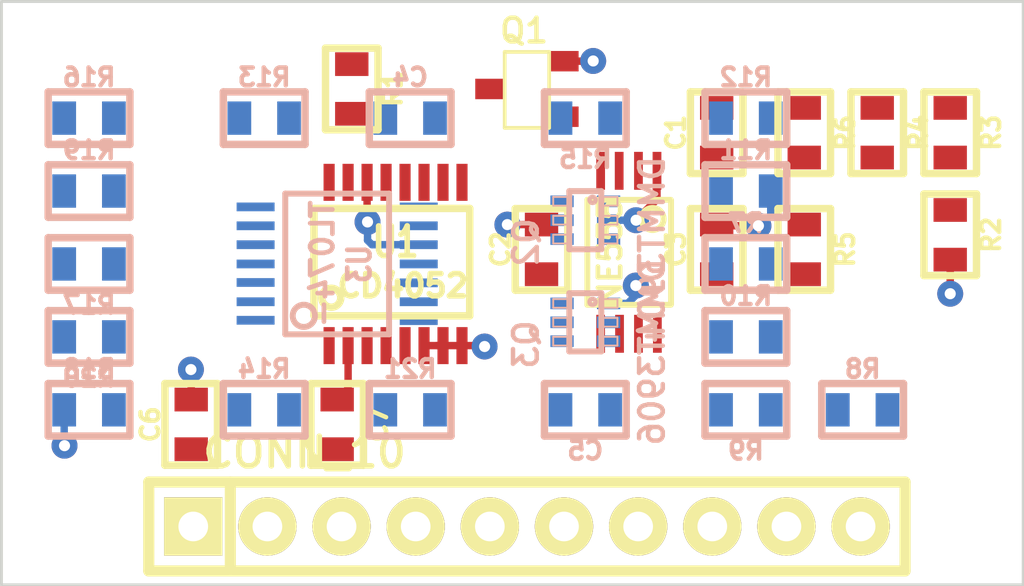
<source format=kicad_pcb>
(kicad_pcb (version 3) (host pcbnew "(2014-02-02 BZR 4653)-product")

  (general
    (links 89)
    (no_connects 83)
    (area 97.949999 73.94946 133.050001 95.60045)
    (thickness 1.6)
    (drawings 4)
    (tracks 48)
    (zones 0)
    (modules 35)
    (nets 30)
  )

  (page A3)
  (layers
    (15 F.Cu signal)
    (0 B.Cu signal)
    (16 B.Adhes user)
    (17 F.Adhes user)
    (18 B.Paste user)
    (19 F.Paste user)
    (20 B.SilkS user)
    (21 F.SilkS user)
    (22 B.Mask user)
    (23 F.Mask user)
    (24 Dwgs.User user)
    (25 Cmts.User user)
    (26 Eco1.User user)
    (27 Eco2.User user)
    (28 Edge.Cuts user)
  )

  (setup
    (last_trace_width 0.254)
    (trace_clearance 0.254)
    (zone_clearance 0.254)
    (zone_45_only no)
    (trace_min 0.254)
    (segment_width 0.2)
    (edge_width 0.1)
    (via_size 0.889)
    (via_drill 0.381)
    (via_min_size 0.889)
    (via_min_drill 0.381)
    (uvia_size 0.508)
    (uvia_drill 0.127)
    (uvias_allowed no)
    (uvia_min_size 0.508)
    (uvia_min_drill 0.127)
    (pcb_text_width 0.3)
    (pcb_text_size 1.5 1.5)
    (mod_edge_width 0.15)
    (mod_text_size 1 1)
    (mod_text_width 0.15)
    (pad_size 1.5 1.5)
    (pad_drill 0.6)
    (pad_to_mask_clearance 0)
    (aux_axis_origin 0 0)
    (visible_elements 7FFEFFFF)
    (pcbplotparams
      (layerselection 3178497)
      (usegerberextensions true)
      (excludeedgelayer true)
      (linewidth 0.150000)
      (plotframeref false)
      (viasonmask false)
      (mode 1)
      (useauxorigin false)
      (hpglpennumber 1)
      (hpglpenspeed 20)
      (hpglpendiameter 15)
      (hpglpenoverlay 2)
      (psnegative false)
      (psa4output false)
      (plotreference true)
      (plotvalue true)
      (plotothertext true)
      (plotinvisibletext false)
      (padsonsilk false)
      (subtractmaskfromsilk false)
      (outputformat 1)
      (mirror false)
      (drillshape 1)
      (scaleselection 1)
      (outputdirectory ""))
  )

  (net 0 "")
  (net 1 +12V)
  (net 2 -12V)
  (net 3 ATTACK)
  (net 4 DECAY)
  (net 5 "ENV OUT")
  (net 6 GATE)
  (net 7 GND)
  (net 8 N-0000010)
  (net 9 N-0000011)
  (net 10 N-0000012)
  (net 11 N-0000015)
  (net 12 N-0000016)
  (net 13 N-000002)
  (net 14 N-0000021)
  (net 15 N-0000022)
  (net 16 N-0000023)
  (net 17 N-0000024)
  (net 18 N-0000025)
  (net 19 N-0000027)
  (net 20 N-0000028)
  (net 21 N-0000029)
  (net 22 N-000003)
  (net 23 N-0000030)
  (net 24 N-000004)
  (net 25 N-000007)
  (net 26 N-000008)
  (net 27 N-000009)
  (net 28 RELEASE)
  (net 29 SUSTAIN)

  (net_class Default "This is the default net class."
    (clearance 0.254)
    (trace_width 0.254)
    (via_dia 0.889)
    (via_drill 0.381)
    (uvia_dia 0.508)
    (uvia_drill 0.127)
    (add_net "")
    (add_net GND)
    (add_net N-0000010)
    (add_net N-0000011)
    (add_net N-0000012)
    (add_net N-0000015)
    (add_net N-0000016)
    (add_net N-000002)
    (add_net N-0000021)
    (add_net N-0000022)
    (add_net N-0000023)
    (add_net N-0000024)
    (add_net N-0000025)
    (add_net N-0000027)
    (add_net N-0000028)
    (add_net N-0000029)
    (add_net N-000003)
    (add_net N-0000030)
    (add_net N-000004)
    (add_net N-000007)
    (add_net N-000008)
    (add_net N-000009)
  )

  (net_class POWER ""
    (clearance 0.254)
    (trace_width 0.3556)
    (via_dia 1.143)
    (via_drill 0.6096)
    (uvia_dia 0.508)
    (uvia_drill 0.127)
    (add_net +12V)
    (add_net -12V)
  )

  (net_class SIGNAL ""
    (clearance 0.254)
    (trace_width 0.254)
    (via_dia 0.889)
    (via_drill 0.381)
    (uvia_dia 0.508)
    (uvia_drill 0.127)
    (add_net ATTACK)
    (add_net DECAY)
    (add_net "ENV OUT")
    (add_net GATE)
    (add_net RELEASE)
    (add_net SUSTAIN)
  )

  (module TSSOP8-JRL (layer F.Cu) (tedit 52EC3DDF) (tstamp 52EC3E46)
    (at 119.5 82.5 180)
    (path /52EA6826)
    (attr smd)
    (fp_text reference U2 (at 0 -4.2 180) (layer F.SilkS) hide
      (effects (font (size 0.762 0.635) (thickness 0.15875)))
    )
    (fp_text value NE555 (at 0.65 -0.1 270) (layer F.SilkS)
      (effects (font (size 0.762 0.762) (thickness 0.16002)))
    )
    (fp_line (start -1.43 -1.9) (end 1.43 -1.9) (layer F.SilkS) (width 0.2))
    (fp_line (start 1.43 -1.9) (end 1.43 1.7) (layer F.SilkS) (width 0.2))
    (fp_line (start 1.43 1.7) (end -1.43 1.7) (layer F.SilkS) (width 0.2))
    (fp_line (start -1.438 1.678) (end -1.438 -1.878) (layer F.SilkS) (width 0.2))
    (fp_circle (center -0.803 1.043) (end -1.184 1.043) (layer F.SilkS) (width 0.2))
    (pad 1 smd rect (at -0.9554 2.694 180) (size 0.29972 1.30048) (layers F.Cu F.Paste F.Mask)
      (net 7 GND))
    (pad 2 smd rect (at -0.3204 2.694 180) (size 0.29972 1.30048) (layers F.Cu F.Paste F.Mask)
      (net 10 N-0000012))
    (pad 3 smd rect (at 0.34 2.694 180) (size 0.29972 1.30048) (layers F.Cu F.Paste F.Mask)
      (net 24 N-000004))
    (pad 4 smd rect (at 0.975 2.694 180) (size 0.29972 1.30048) (layers F.Cu F.Paste F.Mask)
      (net 1 +12V))
    (pad 5 smd rect (at 0.975 -2.894 180) (size 0.29972 1.30048) (layers F.Cu F.Paste F.Mask)
      (net 9 N-0000011))
    (pad 6 smd rect (at 0.3273 -2.894 180) (size 0.29972 1.30048) (layers F.Cu F.Paste F.Mask)
      (net 22 N-000003))
    (pad 7 smd rect (at -0.3204 -2.894 180) (size 0.29972 1.30048) (layers F.Cu F.Paste F.Mask))
    (pad 8 smd rect (at -0.9681 -2.894 180) (size 0.29972 1.30048) (layers F.Cu F.Paste F.Mask)
      (net 1 +12V))
    (model smd\smd_dil\tssop-14.wrl
      (at (xyz 0 0 0))
      (scale (xyz 1 1 1))
      (rotate (xyz 0 0 0))
    )
  )

  (module TSSOP16 (layer F.Cu) (tedit 4E43E09E) (tstamp 52EC3E5F)
    (at 111.5 83)
    (path /52E9DAA2)
    (attr smd)
    (fp_text reference U1 (at 0 -0.7493) (layer F.SilkS)
      (effects (font (size 1.016 0.762) (thickness 0.1905)))
    )
    (fp_text value CD4052 (at 0.24892 0.7493) (layer F.SilkS)
      (effects (font (size 0.762 0.762) (thickness 0.1905)))
    )
    (fp_line (start -2.794 -1.905) (end 2.54 -1.905) (layer F.SilkS) (width 0.254))
    (fp_line (start 2.54 -1.905) (end 2.54 1.778) (layer F.SilkS) (width 0.254))
    (fp_line (start 2.54 1.778) (end -2.794 1.778) (layer F.SilkS) (width 0.254))
    (fp_line (start -2.794 1.778) (end -2.794 -1.905) (layer F.SilkS) (width 0.254))
    (fp_circle (center -2.20218 1.15824) (end -2.40538 1.41224) (layer F.SilkS) (width 0.254))
    (pad 1 smd rect (at -2.27584 2.79908) (size 0.381 1.27) (layers F.Cu F.Paste F.Mask)
      (net 4 DECAY))
    (pad 2 smd rect (at -1.6256 2.79908) (size 0.381 1.27) (layers F.Cu F.Paste F.Mask)
      (net 7 GND))
    (pad 3 smd rect (at -0.97536 2.79908) (size 0.381 1.27) (layers F.Cu F.Paste F.Mask)
      (net 26 N-000008))
    (pad 4 smd rect (at -0.32512 2.79908) (size 0.381 1.27) (layers F.Cu F.Paste F.Mask)
      (net 28 RELEASE))
    (pad 5 smd rect (at 0.32512 2.79908) (size 0.381 1.27) (layers F.Cu F.Paste F.Mask)
      (net 28 RELEASE))
    (pad 6 smd rect (at 0.97536 2.79908) (size 0.381 1.27) (layers F.Cu F.Paste F.Mask)
      (net 7 GND))
    (pad 7 smd rect (at 1.6256 2.79908) (size 0.381 1.27) (layers F.Cu F.Paste F.Mask)
      (net 7 GND))
    (pad 8 smd rect (at 2.27584 2.79908) (size 0.381 1.27) (layers F.Cu F.Paste F.Mask)
      (net 7 GND))
    (pad 9 smd rect (at 2.27584 -2.79908) (size 0.381 1.27) (layers F.Cu F.Paste F.Mask)
      (net 24 N-000004))
    (pad 10 smd rect (at 1.6256 -2.79908) (size 0.381 1.27) (layers F.Cu F.Paste F.Mask)
      (net 8 N-0000010))
    (pad 11 smd rect (at 0.97536 -2.79908) (size 0.381 1.27) (layers F.Cu F.Paste F.Mask)
      (net 7 GND))
    (pad 12 smd rect (at 0.32512 -2.79908) (size 0.381 1.27) (layers F.Cu F.Paste F.Mask)
      (net 29 SUSTAIN))
    (pad 13 smd rect (at -0.32512 -2.79908) (size 0.381 1.27) (layers F.Cu F.Paste F.Mask)
      (net 17 N-0000024))
    (pad 14 smd rect (at -0.97536 -2.79908) (size 0.381 1.27) (layers F.Cu F.Paste F.Mask)
      (net 7 GND))
    (pad 15 smd rect (at -1.6256 -2.79908) (size 0.381 1.27) (layers F.Cu F.Paste F.Mask)
      (net 21 N-0000029))
    (pad 16 smd rect (at -2.27584 -2.79908) (size 0.381 1.27) (layers F.Cu F.Paste F.Mask)
      (net 1 +12V))
    (model smd\smd_dil\tssop-16.wrl
      (at (xyz 0 0 0))
      (scale (xyz 1 1 1))
      (rotate (xyz 0 0 0))
    )
  )

  (module TSSOP14 (layer B.Cu) (tedit 4E43F187) (tstamp 52EC3E76)
    (at 109.5 83 90)
    (path /52E9CC88)
    (attr smd)
    (fp_text reference U3 (at 0 0.762 90) (layer B.SilkS)
      (effects (font (size 0.762 0.635) (thickness 0.16002)) (justify mirror))
    )
    (fp_text value TL074- (at 0 -0.508 90) (layer B.SilkS)
      (effects (font (size 0.762 0.762) (thickness 0.16002)) (justify mirror))
    )
    (fp_line (start -2.413 1.778) (end 2.413 1.778) (layer B.SilkS) (width 0.2032))
    (fp_line (start 2.413 1.778) (end 2.413 -1.778) (layer B.SilkS) (width 0.2032))
    (fp_line (start 2.413 -1.778) (end -2.413 -1.778) (layer B.SilkS) (width 0.2032))
    (fp_line (start -2.413 -1.778) (end -2.413 1.778) (layer B.SilkS) (width 0.2032))
    (fp_circle (center -1.778 -1.143) (end -2.159 -1.143) (layer B.SilkS) (width 0.2032))
    (pad 1 smd rect (at -1.9304 -2.794 90) (size 0.29972 1.30048) (layers B.Cu B.Paste B.Mask)
      (net 22 N-000003))
    (pad 2 smd rect (at -1.2954 -2.794 90) (size 0.29972 1.30048) (layers B.Cu B.Paste B.Mask)
      (net 13 N-000002))
    (pad 3 smd rect (at -0.635 -2.794 90) (size 0.29972 1.30048) (layers B.Cu B.Paste B.Mask)
      (net 20 N-0000028))
    (pad 4 smd rect (at 0 -2.794 90) (size 0.29972 1.30048) (layers B.Cu B.Paste B.Mask)
      (net 1 +12V))
    (pad 5 smd rect (at 0.6604 -2.794 90) (size 0.29972 1.30048) (layers B.Cu B.Paste B.Mask)
      (net 23 N-0000030))
    (pad 6 smd rect (at 1.3081 -2.794 90) (size 0.29972 1.30048) (layers B.Cu B.Paste B.Mask)
      (net 16 N-0000023))
    (pad 7 smd rect (at 1.9558 -2.794 90) (size 0.29972 1.30048) (layers B.Cu B.Paste B.Mask)
      (net 18 N-0000025))
    (pad 8 smd rect (at 1.9558 2.794 90) (size 0.29972 1.30048) (layers B.Cu B.Paste B.Mask)
      (net 15 N-0000022))
    (pad 9 smd rect (at 1.3081 2.794 90) (size 0.29972 1.30048) (layers B.Cu B.Paste B.Mask)
      (net 14 N-0000021))
    (pad 10 smd rect (at 0.6604 2.794 90) (size 0.29972 1.30048) (layers B.Cu B.Paste B.Mask)
      (net 7 GND))
    (pad 11 smd rect (at 0 2.794 90) (size 0.29972 1.30048) (layers B.Cu B.Paste B.Mask)
      (net 2 -12V))
    (pad 12 smd rect (at -0.6477 2.794 90) (size 0.29972 1.30048) (layers B.Cu B.Paste B.Mask)
      (net 7 GND))
    (pad 13 smd rect (at -1.2954 2.794 90) (size 0.29972 1.30048) (layers B.Cu B.Paste B.Mask)
      (net 19 N-0000027))
    (pad 14 smd rect (at -1.9431 2.794 90) (size 0.29972 1.30048) (layers B.Cu B.Paste B.Mask)
      (net 20 N-0000028))
    (model smd\smd_dil\tssop-14.wrl
      (at (xyz 0 0 0))
      (scale (xyz 1 1 1))
      (rotate (xyz 0 0 0))
    )
  )

  (module SOT363-JRL (layer B.Cu) (tedit 512395CF) (tstamp 52EFBA56)
    (at 118 85 270)
    (descr "SMALL OUTLINE TRANSISTOR; 6 LEADS")
    (tags "SMALL OUTLINE TRANSISTOR; 6 LEADS")
    (path /52EA83F8)
    (attr smd)
    (fp_text reference Q3 (at 0.762 2.032 270) (layer B.SilkS)
      (effects (font (size 0.8128 0.8128) (thickness 0.1524)) (justify mirror))
    )
    (fp_text value DMMT3906 (at 1.016 -2.286 270) (layer B.SilkS)
      (effects (font (size 0.8128 0.8128) (thickness 0.1524)) (justify mirror))
    )
    (fp_line (start -0.79756 -1.09982) (end -0.49784 -1.09982) (layer B.SilkS) (width 0.06604))
    (fp_line (start -0.49784 -1.09982) (end -0.49784 -0.59944) (layer B.SilkS) (width 0.06604))
    (fp_line (start -0.79756 -0.59944) (end -0.49784 -0.59944) (layer B.SilkS) (width 0.06604))
    (fp_line (start -0.79756 -1.09982) (end -0.79756 -0.59944) (layer B.SilkS) (width 0.06604))
    (fp_line (start -0.14986 -1.09982) (end 0.14986 -1.09982) (layer B.SilkS) (width 0.06604))
    (fp_line (start 0.14986 -1.09982) (end 0.14986 -0.59944) (layer B.SilkS) (width 0.06604))
    (fp_line (start -0.14986 -0.59944) (end 0.14986 -0.59944) (layer B.SilkS) (width 0.06604))
    (fp_line (start -0.14986 -1.09982) (end -0.14986 -0.59944) (layer B.SilkS) (width 0.06604))
    (fp_line (start 0.49784 -1.09982) (end 0.79756 -1.09982) (layer B.SilkS) (width 0.06604))
    (fp_line (start 0.79756 -1.09982) (end 0.79756 -0.59944) (layer B.SilkS) (width 0.06604))
    (fp_line (start 0.49784 -0.59944) (end 0.79756 -0.59944) (layer B.SilkS) (width 0.06604))
    (fp_line (start 0.49784 -1.09982) (end 0.49784 -0.59944) (layer B.SilkS) (width 0.06604))
    (fp_line (start 0.49784 0.59944) (end 0.79756 0.59944) (layer B.SilkS) (width 0.06604))
    (fp_line (start 0.79756 0.59944) (end 0.79756 1.09982) (layer B.SilkS) (width 0.06604))
    (fp_line (start 0.49784 1.09982) (end 0.79756 1.09982) (layer B.SilkS) (width 0.06604))
    (fp_line (start 0.49784 0.59944) (end 0.49784 1.09982) (layer B.SilkS) (width 0.06604))
    (fp_line (start -0.14986 0.59944) (end 0.14986 0.59944) (layer B.SilkS) (width 0.06604))
    (fp_line (start 0.14986 0.59944) (end 0.14986 1.09982) (layer B.SilkS) (width 0.06604))
    (fp_line (start -0.14986 1.09982) (end 0.14986 1.09982) (layer B.SilkS) (width 0.06604))
    (fp_line (start -0.14986 0.59944) (end -0.14986 1.09982) (layer B.SilkS) (width 0.06604))
    (fp_line (start -0.79756 0.59944) (end -0.49784 0.59944) (layer B.SilkS) (width 0.06604))
    (fp_line (start -0.49784 0.59944) (end -0.49784 1.09982) (layer B.SilkS) (width 0.06604))
    (fp_line (start -0.79756 1.09982) (end -0.49784 1.09982) (layer B.SilkS) (width 0.06604))
    (fp_line (start -0.79756 0.59944) (end -0.79756 1.09982) (layer B.SilkS) (width 0.06604))
    (fp_line (start -0.99822 0.54864) (end 0.99822 0.54864) (layer B.SilkS) (width 0.2032))
    (fp_line (start 0.99822 0.54864) (end 0.99822 -0.54864) (layer B.SilkS) (width 0.2032))
    (fp_line (start 0.99822 -0.54864) (end -0.99822 -0.54864) (layer B.SilkS) (width 0.2032))
    (fp_line (start -0.99822 -0.54864) (end -0.99822 0.54864) (layer B.SilkS) (width 0.2032))
    (fp_circle (center -0.6985 -0.24892) (end -0.77216 -0.32258) (layer B.SilkS) (width 0.1524))
    (pad 1 smd rect (at -0.6477 -0.79756 270) (size 0.39878 0.79756) (layers B.Cu B.Paste B.Mask)
      (net 7 GND))
    (pad 2 smd rect (at 0 -0.79756 270) (size 0.39878 0.79756) (layers B.Cu B.Paste B.Mask)
      (net 25 N-000007))
    (pad 3 smd rect (at 0.6477 -0.79756 270) (size 0.39878 0.79756) (layers B.Cu B.Paste B.Mask)
      (net 19 N-0000027))
    (pad 4 smd rect (at 0.6477 0.79756 270) (size 0.39878 0.79756) (layers B.Cu B.Paste B.Mask)
      (net 11 N-0000015))
    (pad 5 smd rect (at 0 0.79756 270) (size 0.39878 0.79756) (layers B.Cu B.Paste B.Mask)
      (net 11 N-0000015))
    (pad 6 smd rect (at -0.6477 0.79756 270) (size 0.39878 0.79756) (layers B.Cu B.Paste B.Mask)
      (net 14 N-0000021))
  )

  (module SOT363-JRL (layer B.Cu) (tedit 512395CF) (tstamp 52EFBA7E)
    (at 118 81.5 270)
    (descr "SMALL OUTLINE TRANSISTOR; 6 LEADS")
    (tags "SMALL OUTLINE TRANSISTOR; 6 LEADS")
    (path /52EA83E9)
    (attr smd)
    (fp_text reference Q2 (at 0.762 2.032 270) (layer B.SilkS)
      (effects (font (size 0.8128 0.8128) (thickness 0.1524)) (justify mirror))
    )
    (fp_text value DMMT3904 (at 1.016 -2.286 270) (layer B.SilkS)
      (effects (font (size 0.8128 0.8128) (thickness 0.1524)) (justify mirror))
    )
    (fp_line (start -0.79756 -1.09982) (end -0.49784 -1.09982) (layer B.SilkS) (width 0.06604))
    (fp_line (start -0.49784 -1.09982) (end -0.49784 -0.59944) (layer B.SilkS) (width 0.06604))
    (fp_line (start -0.79756 -0.59944) (end -0.49784 -0.59944) (layer B.SilkS) (width 0.06604))
    (fp_line (start -0.79756 -1.09982) (end -0.79756 -0.59944) (layer B.SilkS) (width 0.06604))
    (fp_line (start -0.14986 -1.09982) (end 0.14986 -1.09982) (layer B.SilkS) (width 0.06604))
    (fp_line (start 0.14986 -1.09982) (end 0.14986 -0.59944) (layer B.SilkS) (width 0.06604))
    (fp_line (start -0.14986 -0.59944) (end 0.14986 -0.59944) (layer B.SilkS) (width 0.06604))
    (fp_line (start -0.14986 -1.09982) (end -0.14986 -0.59944) (layer B.SilkS) (width 0.06604))
    (fp_line (start 0.49784 -1.09982) (end 0.79756 -1.09982) (layer B.SilkS) (width 0.06604))
    (fp_line (start 0.79756 -1.09982) (end 0.79756 -0.59944) (layer B.SilkS) (width 0.06604))
    (fp_line (start 0.49784 -0.59944) (end 0.79756 -0.59944) (layer B.SilkS) (width 0.06604))
    (fp_line (start 0.49784 -1.09982) (end 0.49784 -0.59944) (layer B.SilkS) (width 0.06604))
    (fp_line (start 0.49784 0.59944) (end 0.79756 0.59944) (layer B.SilkS) (width 0.06604))
    (fp_line (start 0.79756 0.59944) (end 0.79756 1.09982) (layer B.SilkS) (width 0.06604))
    (fp_line (start 0.49784 1.09982) (end 0.79756 1.09982) (layer B.SilkS) (width 0.06604))
    (fp_line (start 0.49784 0.59944) (end 0.49784 1.09982) (layer B.SilkS) (width 0.06604))
    (fp_line (start -0.14986 0.59944) (end 0.14986 0.59944) (layer B.SilkS) (width 0.06604))
    (fp_line (start 0.14986 0.59944) (end 0.14986 1.09982) (layer B.SilkS) (width 0.06604))
    (fp_line (start -0.14986 1.09982) (end 0.14986 1.09982) (layer B.SilkS) (width 0.06604))
    (fp_line (start -0.14986 0.59944) (end -0.14986 1.09982) (layer B.SilkS) (width 0.06604))
    (fp_line (start -0.79756 0.59944) (end -0.49784 0.59944) (layer B.SilkS) (width 0.06604))
    (fp_line (start -0.49784 0.59944) (end -0.49784 1.09982) (layer B.SilkS) (width 0.06604))
    (fp_line (start -0.79756 1.09982) (end -0.49784 1.09982) (layer B.SilkS) (width 0.06604))
    (fp_line (start -0.79756 0.59944) (end -0.79756 1.09982) (layer B.SilkS) (width 0.06604))
    (fp_line (start -0.99822 0.54864) (end 0.99822 0.54864) (layer B.SilkS) (width 0.2032))
    (fp_line (start 0.99822 0.54864) (end 0.99822 -0.54864) (layer B.SilkS) (width 0.2032))
    (fp_line (start 0.99822 -0.54864) (end -0.99822 -0.54864) (layer B.SilkS) (width 0.2032))
    (fp_line (start -0.99822 -0.54864) (end -0.99822 0.54864) (layer B.SilkS) (width 0.2032))
    (fp_circle (center -0.6985 -0.24892) (end -0.77216 -0.32258) (layer B.SilkS) (width 0.1524))
    (pad 1 smd rect (at -0.6477 -0.79756 270) (size 0.39878 0.79756) (layers B.Cu B.Paste B.Mask)
      (net 12 N-0000016))
    (pad 2 smd rect (at 0 -0.79756 270) (size 0.39878 0.79756) (layers B.Cu B.Paste B.Mask)
      (net 7 GND))
    (pad 3 smd rect (at 0.6477 -0.79756 270) (size 0.39878 0.79756) (layers B.Cu B.Paste B.Mask)
      (net 19 N-0000027))
    (pad 4 smd rect (at 0.6477 0.79756 270) (size 0.39878 0.79756) (layers B.Cu B.Paste B.Mask)
      (net 11 N-0000015))
    (pad 5 smd rect (at 0 0.79756 270) (size 0.39878 0.79756) (layers B.Cu B.Paste B.Mask)
      (net 11 N-0000015))
    (pad 6 smd rect (at -0.6477 0.79756 270) (size 0.39878 0.79756) (layers B.Cu B.Paste B.Mask)
      (net 14 N-0000021))
  )

  (module SOT23-JRL (layer F.Cu) (tedit 5281A378) (tstamp 52EF2878)
    (at 116 77 90)
    (tags SOT23)
    (path /52EA6833)
    (fp_text reference Q1 (at 1.99898 -0.09906 180) (layer F.SilkS)
      (effects (font (size 0.8128 0.8128) (thickness 0.1524)))
    )
    (fp_text value 2N3904 (at 0.0635 0 90) (layer F.SilkS) hide
      (effects (font (size 0.8128 0.8128) (thickness 0.1524)))
    )
    (fp_line (start 1.27 0.762) (end -1.3335 0.762) (layer F.SilkS) (width 0.127))
    (fp_line (start -1.3335 0.762) (end -1.3335 -0.762) (layer F.SilkS) (width 0.127))
    (fp_line (start -1.3335 -0.762) (end 1.27 -0.762) (layer F.SilkS) (width 0.127))
    (fp_line (start 1.27 -0.762) (end 1.27 0.762) (layer F.SilkS) (width 0.127))
    (pad 3 smd rect (at 0 -1.27 90) (size 0.70104 1.00076) (layers F.Cu F.Paste F.Mask)
      (net 8 N-0000010))
    (pad 1 smd rect (at 0.9525 1.27 90) (size 0.70104 1.00076) (layers F.Cu F.Paste F.Mask)
      (net 7 GND))
    (pad 2 smd rect (at -0.9525 1.27 90) (size 0.70104 1.00076) (layers F.Cu F.Paste F.Mask)
      (net 27 N-000009))
    (model smd/SOT23_6.wrl
      (at (xyz 0 0 0))
      (scale (xyz 0.11 0.11 0.11))
      (rotate (xyz 0 0 -180))
    )
  )

  (module SM0603-JRL (layer B.Cu) (tedit 528C3246) (tstamp 52EC3ED9)
    (at 123.5 88)
    (path /52EA8356)
    (attr smd)
    (fp_text reference R9 (at 0 1.4) (layer B.SilkS)
      (effects (font (size 0.6096 0.6096) (thickness 0.1524)) (justify mirror))
    )
    (fp_text value 2.2K (at 0 0) (layer B.SilkS) hide
      (effects (font (size 0.508 0.4572) (thickness 0.1143)) (justify mirror))
    )
    (fp_line (start -1.4 -0.9) (end 1.4 -0.9) (layer B.SilkS) (width 0.254))
    (fp_line (start 1.4 -0.9) (end 1.4 0.9) (layer B.SilkS) (width 0.254))
    (fp_line (start 1.4 0.9) (end -1.4 0.9) (layer B.SilkS) (width 0.254))
    (fp_line (start -1.4 0.9) (end -1.4 -0.9) (layer B.SilkS) (width 0.254))
    (pad 1 smd rect (at -0.8509 0) (size 0.8128 1.143) (layers B.Cu B.Paste B.Mask)
      (net 7 GND))
    (pad 2 smd rect (at 0.8509 0) (size 0.8128 1.143) (layers B.Cu B.Paste B.Mask)
      (net 25 N-000007))
    (model smd\resistors\R0603.wrl
      (at (xyz 0 0 0.001))
      (scale (xyz 0.5 0.5 0.5))
      (rotate (xyz 0 0 0))
    )
  )

  (module SM0603-JRL (layer F.Cu) (tedit 528C3246) (tstamp 52EF286C)
    (at 128 78.5 270)
    (path /52EA68F7)
    (attr smd)
    (fp_text reference R4 (at 0 -1.4 270) (layer F.SilkS)
      (effects (font (size 0.6096 0.6096) (thickness 0.1524)))
    )
    (fp_text value 330K (at 0 0 270) (layer F.SilkS) hide
      (effects (font (size 0.508 0.4572) (thickness 0.1143)))
    )
    (fp_line (start -1.4 0.9) (end 1.4 0.9) (layer F.SilkS) (width 0.254))
    (fp_line (start 1.4 0.9) (end 1.4 -0.9) (layer F.SilkS) (width 0.254))
    (fp_line (start 1.4 -0.9) (end -1.4 -0.9) (layer F.SilkS) (width 0.254))
    (fp_line (start -1.4 -0.9) (end -1.4 0.9) (layer F.SilkS) (width 0.254))
    (pad 1 smd rect (at -0.8509 0 270) (size 0.8128 1.143) (layers F.Cu F.Paste F.Mask)
      (net 27 N-000009))
    (pad 2 smd rect (at 0.8509 0 270) (size 0.8128 1.143) (layers F.Cu F.Paste F.Mask)
      (net 2 -12V))
    (model smd\resistors\R0603.wrl
      (at (xyz 0 0 0.001))
      (scale (xyz 0.5 0.5 0.5))
      (rotate (xyz 0 0 0))
    )
  )

  (module SM0603-JRL (layer F.Cu) (tedit 528C3246) (tstamp 52EC3EED)
    (at 122.5 78.5 90)
    (path /52EA6BA1)
    (attr smd)
    (fp_text reference C1 (at 0 -1.4 90) (layer F.SilkS)
      (effects (font (size 0.6096 0.6096) (thickness 0.1524)))
    )
    (fp_text value 100n (at 0 0 90) (layer F.SilkS) hide
      (effects (font (size 0.508 0.4572) (thickness 0.1143)))
    )
    (fp_line (start -1.4 0.9) (end 1.4 0.9) (layer F.SilkS) (width 0.254))
    (fp_line (start 1.4 0.9) (end 1.4 -0.9) (layer F.SilkS) (width 0.254))
    (fp_line (start 1.4 -0.9) (end -1.4 -0.9) (layer F.SilkS) (width 0.254))
    (fp_line (start -1.4 -0.9) (end -1.4 0.9) (layer F.SilkS) (width 0.254))
    (pad 1 smd rect (at -0.8509 0 90) (size 0.8128 1.143) (layers F.Cu F.Paste F.Mask)
      (net 8 N-0000010))
    (pad 2 smd rect (at 0.8509 0 90) (size 0.8128 1.143) (layers F.Cu F.Paste F.Mask)
      (net 10 N-0000012))
    (model smd\resistors\R0603.wrl
      (at (xyz 0 0 0.001))
      (scale (xyz 0.5 0.5 0.5))
      (rotate (xyz 0 0 0))
    )
  )

  (module SM0603-JRL (layer F.Cu) (tedit 528C3246) (tstamp 52EC3EF7)
    (at 125.5 78.5 270)
    (path /52EA6BBB)
    (attr smd)
    (fp_text reference R6 (at 0 -1.4 270) (layer F.SilkS)
      (effects (font (size 0.6096 0.6096) (thickness 0.1524)))
    )
    (fp_text value 10K (at 0 0 270) (layer F.SilkS) hide
      (effects (font (size 0.508 0.4572) (thickness 0.1143)))
    )
    (fp_line (start -1.4 0.9) (end 1.4 0.9) (layer F.SilkS) (width 0.254))
    (fp_line (start 1.4 0.9) (end 1.4 -0.9) (layer F.SilkS) (width 0.254))
    (fp_line (start 1.4 -0.9) (end -1.4 -0.9) (layer F.SilkS) (width 0.254))
    (fp_line (start -1.4 -0.9) (end -1.4 0.9) (layer F.SilkS) (width 0.254))
    (pad 1 smd rect (at -0.8509 0 270) (size 0.8128 1.143) (layers F.Cu F.Paste F.Mask)
      (net 1 +12V))
    (pad 2 smd rect (at 0.8509 0 270) (size 0.8128 1.143) (layers F.Cu F.Paste F.Mask)
      (net 10 N-0000012))
    (model smd\resistors\R0603.wrl
      (at (xyz 0 0 0.001))
      (scale (xyz 0.5 0.5 0.5))
      (rotate (xyz 0 0 0))
    )
  )

  (module SM0603-JRL (layer F.Cu) (tedit 528C3246) (tstamp 52EC3F01)
    (at 116.5 82.5 90)
    (path /52EA7373)
    (attr smd)
    (fp_text reference C2 (at 0 -1.4 90) (layer F.SilkS)
      (effects (font (size 0.6096 0.6096) (thickness 0.1524)))
    )
    (fp_text value 0.01μ (at 0 0 90) (layer F.SilkS) hide
      (effects (font (size 0.508 0.4572) (thickness 0.1143)))
    )
    (fp_line (start -1.4 0.9) (end 1.4 0.9) (layer F.SilkS) (width 0.254))
    (fp_line (start 1.4 0.9) (end 1.4 -0.9) (layer F.SilkS) (width 0.254))
    (fp_line (start 1.4 -0.9) (end -1.4 -0.9) (layer F.SilkS) (width 0.254))
    (fp_line (start -1.4 -0.9) (end -1.4 0.9) (layer F.SilkS) (width 0.254))
    (pad 1 smd rect (at -0.8509 0 90) (size 0.8128 1.143) (layers F.Cu F.Paste F.Mask)
      (net 9 N-0000011))
    (pad 2 smd rect (at 0.8509 0 90) (size 0.8128 1.143) (layers F.Cu F.Paste F.Mask)
      (net 7 GND))
    (model smd\resistors\R0603.wrl
      (at (xyz 0 0 0.001))
      (scale (xyz 0.5 0.5 0.5))
      (rotate (xyz 0 0 0))
    )
  )

  (module SM0603-JRL (layer B.Cu) (tedit 528C3246) (tstamp 52EC3F0B)
    (at 107 88 180)
    (path /52EA7939)
    (attr smd)
    (fp_text reference R14 (at 0 1.4 180) (layer B.SilkS)
      (effects (font (size 0.6096 0.6096) (thickness 0.1524)) (justify mirror))
    )
    (fp_text value 56K** (at 0 0 180) (layer B.SilkS) hide
      (effects (font (size 0.508 0.4572) (thickness 0.1143)) (justify mirror))
    )
    (fp_line (start -1.4 -0.9) (end 1.4 -0.9) (layer B.SilkS) (width 0.254))
    (fp_line (start 1.4 -0.9) (end 1.4 0.9) (layer B.SilkS) (width 0.254))
    (fp_line (start 1.4 0.9) (end -1.4 0.9) (layer B.SilkS) (width 0.254))
    (fp_line (start -1.4 0.9) (end -1.4 -0.9) (layer B.SilkS) (width 0.254))
    (pad 1 smd rect (at -0.8509 0 180) (size 0.8128 1.143) (layers B.Cu B.Paste B.Mask)
      (net 22 N-000003))
    (pad 2 smd rect (at 0.8509 0 180) (size 0.8128 1.143) (layers B.Cu B.Paste B.Mask)
      (net 13 N-000002))
    (model smd\resistors\R0603.wrl
      (at (xyz 0 0 0.001))
      (scale (xyz 0.5 0.5 0.5))
      (rotate (xyz 0 0 0))
    )
  )

  (module SM0603-JRL (layer B.Cu) (tedit 528C3246) (tstamp 52EC3F15)
    (at 101 88 180)
    (path /52EA793F)
    (attr smd)
    (fp_text reference R18 (at 0 1.4 180) (layer B.SilkS)
      (effects (font (size 0.6096 0.6096) (thickness 0.1524)) (justify mirror))
    )
    (fp_text value 100K (at 0 0 180) (layer B.SilkS) hide
      (effects (font (size 0.508 0.4572) (thickness 0.1143)) (justify mirror))
    )
    (fp_line (start -1.4 -0.9) (end 1.4 -0.9) (layer B.SilkS) (width 0.254))
    (fp_line (start 1.4 -0.9) (end 1.4 0.9) (layer B.SilkS) (width 0.254))
    (fp_line (start 1.4 0.9) (end -1.4 0.9) (layer B.SilkS) (width 0.254))
    (fp_line (start -1.4 0.9) (end -1.4 -0.9) (layer B.SilkS) (width 0.254))
    (pad 1 smd rect (at -0.8509 0 180) (size 0.8128 1.143) (layers B.Cu B.Paste B.Mask)
      (net 13 N-000002))
    (pad 2 smd rect (at 0.8509 0 180) (size 0.8128 1.143) (layers B.Cu B.Paste B.Mask)
      (net 7 GND))
    (model smd\resistors\R0603.wrl
      (at (xyz 0 0 0.001))
      (scale (xyz 0.5 0.5 0.5))
      (rotate (xyz 0 0 0))
    )
  )

  (module SM0603-JRL (layer F.Cu) (tedit 528C3246) (tstamp 52EC3F1F)
    (at 122.5 82.5 90)
    (path /52EC40BB)
    (attr smd)
    (fp_text reference C3 (at 0 -1.4 90) (layer F.SilkS)
      (effects (font (size 0.6096 0.6096) (thickness 0.1524)))
    )
    (fp_text value 100n (at 0 0 90) (layer F.SilkS) hide
      (effects (font (size 0.508 0.4572) (thickness 0.1143)))
    )
    (fp_line (start -1.4 0.9) (end 1.4 0.9) (layer F.SilkS) (width 0.254))
    (fp_line (start 1.4 0.9) (end 1.4 -0.9) (layer F.SilkS) (width 0.254))
    (fp_line (start 1.4 -0.9) (end -1.4 -0.9) (layer F.SilkS) (width 0.254))
    (fp_line (start -1.4 -0.9) (end -1.4 0.9) (layer F.SilkS) (width 0.254))
    (pad 1 smd rect (at -0.8509 0 90) (size 0.8128 1.143) (layers F.Cu F.Paste F.Mask)
      (net 1 +12V))
    (pad 2 smd rect (at 0.8509 0 90) (size 0.8128 1.143) (layers F.Cu F.Paste F.Mask)
      (net 7 GND))
    (model smd\resistors\R0603.wrl
      (at (xyz 0 0 0.001))
      (scale (xyz 0.5 0.5 0.5))
      (rotate (xyz 0 0 0))
    )
  )

  (module SM0603-JRL (layer B.Cu) (tedit 528C3246) (tstamp 52EF2814)
    (at 123.5 85.5 180)
    (path /52EA835C)
    (attr smd)
    (fp_text reference R10 (at 0 1.4 180) (layer B.SilkS)
      (effects (font (size 0.6096 0.6096) (thickness 0.1524)) (justify mirror))
    )
    (fp_text value 270K (at 0 0 180) (layer B.SilkS) hide
      (effects (font (size 0.508 0.4572) (thickness 0.1143)) (justify mirror))
    )
    (fp_line (start -1.4 -0.9) (end 1.4 -0.9) (layer B.SilkS) (width 0.254))
    (fp_line (start 1.4 -0.9) (end 1.4 0.9) (layer B.SilkS) (width 0.254))
    (fp_line (start 1.4 0.9) (end -1.4 0.9) (layer B.SilkS) (width 0.254))
    (fp_line (start -1.4 0.9) (end -1.4 -0.9) (layer B.SilkS) (width 0.254))
    (pad 1 smd rect (at -0.8509 0 180) (size 0.8128 1.143) (layers B.Cu B.Paste B.Mask)
      (net 2 -12V))
    (pad 2 smd rect (at 0.8509 0 180) (size 0.8128 1.143) (layers B.Cu B.Paste B.Mask)
      (net 25 N-000007))
    (model smd\resistors\R0603.wrl
      (at (xyz 0 0 0.001))
      (scale (xyz 0.5 0.5 0.5))
      (rotate (xyz 0 0 0))
    )
  )

  (module SM0603-JRL (layer B.Cu) (tedit 528C3246) (tstamp 52EC3F33)
    (at 123.5 83 180)
    (path /52EA8929)
    (attr smd)
    (fp_text reference R7 (at 0 1.4 180) (layer B.SilkS)
      (effects (font (size 0.6096 0.6096) (thickness 0.1524)) (justify mirror))
    )
    (fp_text value 43K** (at 0 0 180) (layer B.SilkS) hide
      (effects (font (size 0.508 0.4572) (thickness 0.1143)) (justify mirror))
    )
    (fp_line (start -1.4 -0.9) (end 1.4 -0.9) (layer B.SilkS) (width 0.254))
    (fp_line (start 1.4 -0.9) (end 1.4 0.9) (layer B.SilkS) (width 0.254))
    (fp_line (start 1.4 0.9) (end -1.4 0.9) (layer B.SilkS) (width 0.254))
    (fp_line (start -1.4 0.9) (end -1.4 -0.9) (layer B.SilkS) (width 0.254))
    (pad 1 smd rect (at -0.8509 0 180) (size 0.8128 1.143) (layers B.Cu B.Paste B.Mask)
      (net 3 ATTACK))
    (pad 2 smd rect (at 0.8509 0 180) (size 0.8128 1.143) (layers B.Cu B.Paste B.Mask)
      (net 12 N-0000016))
    (model smd\resistors\R0603.wrl
      (at (xyz 0 0 0.001))
      (scale (xyz 0.5 0.5 0.5))
      (rotate (xyz 0 0 0))
    )
  )

  (module SM0603-JRL (layer B.Cu) (tedit 528C3246) (tstamp 52EF282A)
    (at 123.5 80.5 180)
    (path /52EA893B)
    (attr smd)
    (fp_text reference R11 (at 0 1.4 180) (layer B.SilkS)
      (effects (font (size 0.6096 0.6096) (thickness 0.1524)) (justify mirror))
    )
    (fp_text value 2.2K (at 0 0 180) (layer B.SilkS) hide
      (effects (font (size 0.508 0.4572) (thickness 0.1143)) (justify mirror))
    )
    (fp_line (start -1.4 -0.9) (end 1.4 -0.9) (layer B.SilkS) (width 0.254))
    (fp_line (start 1.4 -0.9) (end 1.4 0.9) (layer B.SilkS) (width 0.254))
    (fp_line (start 1.4 0.9) (end -1.4 0.9) (layer B.SilkS) (width 0.254))
    (fp_line (start -1.4 0.9) (end -1.4 -0.9) (layer B.SilkS) (width 0.254))
    (pad 1 smd rect (at -0.8509 0 180) (size 0.8128 1.143) (layers B.Cu B.Paste B.Mask)
      (net 7 GND))
    (pad 2 smd rect (at 0.8509 0 180) (size 0.8128 1.143) (layers B.Cu B.Paste B.Mask)
      (net 12 N-0000016))
    (model smd\resistors\R0603.wrl
      (at (xyz 0 0 0.001))
      (scale (xyz 0.5 0.5 0.5))
      (rotate (xyz 0 0 0))
    )
  )

  (module SM0603-JRL (layer B.Cu) (tedit 528C3246) (tstamp 52EF281F)
    (at 123.5 78 180)
    (path /52EA8941)
    (attr smd)
    (fp_text reference R12 (at 0 1.4 180) (layer B.SilkS)
      (effects (font (size 0.6096 0.6096) (thickness 0.1524)) (justify mirror))
    )
    (fp_text value 270K (at 0 0 180) (layer B.SilkS) hide
      (effects (font (size 0.508 0.4572) (thickness 0.1143)) (justify mirror))
    )
    (fp_line (start -1.4 -0.9) (end 1.4 -0.9) (layer B.SilkS) (width 0.254))
    (fp_line (start 1.4 -0.9) (end 1.4 0.9) (layer B.SilkS) (width 0.254))
    (fp_line (start 1.4 0.9) (end -1.4 0.9) (layer B.SilkS) (width 0.254))
    (fp_line (start -1.4 0.9) (end -1.4 -0.9) (layer B.SilkS) (width 0.254))
    (pad 1 smd rect (at -0.8509 0 180) (size 0.8128 1.143) (layers B.Cu B.Paste B.Mask)
      (net 2 -12V))
    (pad 2 smd rect (at 0.8509 0 180) (size 0.8128 1.143) (layers B.Cu B.Paste B.Mask)
      (net 12 N-0000016))
    (model smd\resistors\R0603.wrl
      (at (xyz 0 0 0.001))
      (scale (xyz 0.5 0.5 0.5))
      (rotate (xyz 0 0 0))
    )
  )

  (module SM0603-JRL (layer F.Cu) (tedit 528C3246) (tstamp 52ED3764)
    (at 130.5 82 270)
    (path /52EA68F1)
    (attr smd)
    (fp_text reference R2 (at 0 -1.4 270) (layer F.SilkS)
      (effects (font (size 0.6096 0.6096) (thickness 0.1524)))
    )
    (fp_text value 100K (at 0 0 270) (layer F.SilkS) hide
      (effects (font (size 0.508 0.4572) (thickness 0.1143)))
    )
    (fp_line (start -1.4 0.9) (end 1.4 0.9) (layer F.SilkS) (width 0.254))
    (fp_line (start 1.4 0.9) (end 1.4 -0.9) (layer F.SilkS) (width 0.254))
    (fp_line (start 1.4 -0.9) (end -1.4 -0.9) (layer F.SilkS) (width 0.254))
    (fp_line (start -1.4 -0.9) (end -1.4 0.9) (layer F.SilkS) (width 0.254))
    (pad 1 smd rect (at -0.8509 0 270) (size 0.8128 1.143) (layers F.Cu F.Paste F.Mask)
      (net 6 GATE))
    (pad 2 smd rect (at 0.8509 0 270) (size 0.8128 1.143) (layers F.Cu F.Paste F.Mask)
      (net 7 GND))
    (model smd\resistors\R0603.wrl
      (at (xyz 0 0 0.001))
      (scale (xyz 0.5 0.5 0.5))
      (rotate (xyz 0 0 0))
    )
  )

  (module SM0603-JRL (layer F.Cu) (tedit 528C3246) (tstamp 52EC3F5B)
    (at 130.5 78.5 270)
    (path /52EA6853)
    (attr smd)
    (fp_text reference R3 (at 0 -1.4 270) (layer F.SilkS)
      (effects (font (size 0.6096 0.6096) (thickness 0.1524)))
    )
    (fp_text value 33K (at 0 0 270) (layer F.SilkS) hide
      (effects (font (size 0.508 0.4572) (thickness 0.1143)))
    )
    (fp_line (start -1.4 0.9) (end 1.4 0.9) (layer F.SilkS) (width 0.254))
    (fp_line (start 1.4 0.9) (end 1.4 -0.9) (layer F.SilkS) (width 0.254))
    (fp_line (start 1.4 -0.9) (end -1.4 -0.9) (layer F.SilkS) (width 0.254))
    (fp_line (start -1.4 -0.9) (end -1.4 0.9) (layer F.SilkS) (width 0.254))
    (pad 1 smd rect (at -0.8509 0 270) (size 0.8128 1.143) (layers F.Cu F.Paste F.Mask)
      (net 27 N-000009))
    (pad 2 smd rect (at 0.8509 0 270) (size 0.8128 1.143) (layers F.Cu F.Paste F.Mask)
      (net 6 GATE))
    (model smd\resistors\R0603.wrl
      (at (xyz 0 0 0.001))
      (scale (xyz 0.5 0.5 0.5))
      (rotate (xyz 0 0 0))
    )
  )

  (module SM0603-JRL (layer F.Cu) (tedit 528C3246) (tstamp 52EC3F65)
    (at 125.5 82.5 270)
    (path /52EA6840)
    (attr smd)
    (fp_text reference R5 (at 0 -1.4 270) (layer F.SilkS)
      (effects (font (size 0.6096 0.6096) (thickness 0.1524)))
    )
    (fp_text value 22K (at 0 0 270) (layer F.SilkS) hide
      (effects (font (size 0.508 0.4572) (thickness 0.1143)))
    )
    (fp_line (start -1.4 0.9) (end 1.4 0.9) (layer F.SilkS) (width 0.254))
    (fp_line (start 1.4 0.9) (end 1.4 -0.9) (layer F.SilkS) (width 0.254))
    (fp_line (start 1.4 -0.9) (end -1.4 -0.9) (layer F.SilkS) (width 0.254))
    (fp_line (start -1.4 -0.9) (end -1.4 0.9) (layer F.SilkS) (width 0.254))
    (pad 1 smd rect (at -0.8509 0 270) (size 0.8128 1.143) (layers F.Cu F.Paste F.Mask)
      (net 8 N-0000010))
    (pad 2 smd rect (at 0.8509 0 270) (size 0.8128 1.143) (layers F.Cu F.Paste F.Mask)
      (net 1 +12V))
    (model smd\resistors\R0603.wrl
      (at (xyz 0 0 0.001))
      (scale (xyz 0.5 0.5 0.5))
      (rotate (xyz 0 0 0))
    )
  )

  (module SM0603-JRL (layer B.Cu) (tedit 528C3246) (tstamp 52EFBA9F)
    (at 112 88 180)
    (path /52E9E466)
    (attr smd)
    (fp_text reference R21 (at 0 1.4 180) (layer B.SilkS)
      (effects (font (size 0.6096 0.6096) (thickness 0.1524)) (justify mirror))
    )
    (fp_text value 1K (at 0 0 180) (layer B.SilkS) hide
      (effects (font (size 0.508 0.4572) (thickness 0.1143)) (justify mirror))
    )
    (fp_line (start -1.4 -0.9) (end 1.4 -0.9) (layer B.SilkS) (width 0.254))
    (fp_line (start 1.4 -0.9) (end 1.4 0.9) (layer B.SilkS) (width 0.254))
    (fp_line (start 1.4 0.9) (end -1.4 0.9) (layer B.SilkS) (width 0.254))
    (fp_line (start -1.4 0.9) (end -1.4 -0.9) (layer B.SilkS) (width 0.254))
    (pad 1 smd rect (at -0.8509 0 180) (size 0.8128 1.143) (layers B.Cu B.Paste B.Mask)
      (net 20 N-0000028))
    (pad 2 smd rect (at 0.8509 0 180) (size 0.8128 1.143) (layers B.Cu B.Paste B.Mask)
      (net 5 "ENV OUT"))
    (model smd\resistors\R0603.wrl
      (at (xyz 0 0 0.001))
      (scale (xyz 0.5 0.5 0.5))
      (rotate (xyz 0 0 0))
    )
  )

  (module SM0603-JRL (layer B.Cu) (tedit 528C3246) (tstamp 52EF284B)
    (at 118 88)
    (path /52E9E3E2)
    (attr smd)
    (fp_text reference C5 (at 0 1.4) (layer B.SilkS)
      (effects (font (size 0.6096 0.6096) (thickness 0.1524)) (justify mirror))
    )
    (fp_text value 100n (at 0 0) (layer B.SilkS) hide
      (effects (font (size 0.508 0.4572) (thickness 0.1143)) (justify mirror))
    )
    (fp_line (start -1.4 -0.9) (end 1.4 -0.9) (layer B.SilkS) (width 0.254))
    (fp_line (start 1.4 -0.9) (end 1.4 0.9) (layer B.SilkS) (width 0.254))
    (fp_line (start 1.4 0.9) (end -1.4 0.9) (layer B.SilkS) (width 0.254))
    (fp_line (start -1.4 0.9) (end -1.4 -0.9) (layer B.SilkS) (width 0.254))
    (pad 1 smd rect (at -0.8509 0) (size 0.8128 1.143) (layers B.Cu B.Paste B.Mask)
      (net 20 N-0000028))
    (pad 2 smd rect (at 0.8509 0) (size 0.8128 1.143) (layers B.Cu B.Paste B.Mask)
      (net 19 N-0000027))
    (model smd\resistors\R0603.wrl
      (at (xyz 0 0 0.001))
      (scale (xyz 0.5 0.5 0.5))
      (rotate (xyz 0 0 0))
    )
  )

  (module SM0603-JRL (layer B.Cu) (tedit 528C3246) (tstamp 52EF2856)
    (at 118 78)
    (path /52E9DF52)
    (attr smd)
    (fp_text reference R15 (at 0 1.4) (layer B.SilkS)
      (effects (font (size 0.6096 0.6096) (thickness 0.1524)) (justify mirror))
    )
    (fp_text value R_US (at 0 0) (layer B.SilkS) hide
      (effects (font (size 0.508 0.4572) (thickness 0.1143)) (justify mirror))
    )
    (fp_line (start -1.4 -0.9) (end 1.4 -0.9) (layer B.SilkS) (width 0.254))
    (fp_line (start 1.4 -0.9) (end 1.4 0.9) (layer B.SilkS) (width 0.254))
    (fp_line (start 1.4 0.9) (end -1.4 0.9) (layer B.SilkS) (width 0.254))
    (fp_line (start -1.4 0.9) (end -1.4 -0.9) (layer B.SilkS) (width 0.254))
    (pad 1 smd rect (at -0.8509 0) (size 0.8128 1.143) (layers B.Cu B.Paste B.Mask)
      (net 15 N-0000022))
    (pad 2 smd rect (at 0.8509 0) (size 0.8128 1.143) (layers B.Cu B.Paste B.Mask)
      (net 11 N-0000015))
    (model smd\resistors\R0603.wrl
      (at (xyz 0 0 0.001))
      (scale (xyz 0.5 0.5 0.5))
      (rotate (xyz 0 0 0))
    )
  )

  (module SM0603-JRL (layer B.Cu) (tedit 528C3246) (tstamp 52EFBAAA)
    (at 101 78 180)
    (path /52E9DEFE)
    (attr smd)
    (fp_text reference R16 (at 0 1.4 180) (layer B.SilkS)
      (effects (font (size 0.6096 0.6096) (thickness 0.1524)) (justify mirror))
    )
    (fp_text value 47K (at 0 0 180) (layer B.SilkS) hide
      (effects (font (size 0.508 0.4572) (thickness 0.1143)) (justify mirror))
    )
    (fp_line (start -1.4 -0.9) (end 1.4 -0.9) (layer B.SilkS) (width 0.254))
    (fp_line (start 1.4 -0.9) (end 1.4 0.9) (layer B.SilkS) (width 0.254))
    (fp_line (start 1.4 0.9) (end -1.4 0.9) (layer B.SilkS) (width 0.254))
    (fp_line (start -1.4 0.9) (end -1.4 -0.9) (layer B.SilkS) (width 0.254))
    (pad 1 smd rect (at -0.8509 0 180) (size 0.8128 1.143) (layers B.Cu B.Paste B.Mask)
      (net 18 N-0000025))
    (pad 2 smd rect (at 0.8509 0 180) (size 0.8128 1.143) (layers B.Cu B.Paste B.Mask)
      (net 16 N-0000023))
    (model smd\resistors\R0603.wrl
      (at (xyz 0 0 0.001))
      (scale (xyz 0.5 0.5 0.5))
      (rotate (xyz 0 0 0))
    )
  )

  (module SM0603-JRL (layer B.Cu) (tedit 528C3246) (tstamp 52EC3F97)
    (at 101 83)
    (path /52E9DD44)
    (attr smd)
    (fp_text reference R17 (at 0 1.4) (layer B.SilkS)
      (effects (font (size 0.6096 0.6096) (thickness 0.1524)) (justify mirror))
    )
    (fp_text value 47K (at 0 0) (layer B.SilkS) hide
      (effects (font (size 0.508 0.4572) (thickness 0.1143)) (justify mirror))
    )
    (fp_line (start -1.4 -0.9) (end 1.4 -0.9) (layer B.SilkS) (width 0.254))
    (fp_line (start 1.4 -0.9) (end 1.4 0.9) (layer B.SilkS) (width 0.254))
    (fp_line (start 1.4 0.9) (end -1.4 0.9) (layer B.SilkS) (width 0.254))
    (fp_line (start -1.4 0.9) (end -1.4 -0.9) (layer B.SilkS) (width 0.254))
    (pad 1 smd rect (at -0.8509 0) (size 0.8128 1.143) (layers B.Cu B.Paste B.Mask)
      (net 17 N-0000024))
    (pad 2 smd rect (at 0.8509 0) (size 0.8128 1.143) (layers B.Cu B.Paste B.Mask)
      (net 23 N-0000030))
    (model smd\resistors\R0603.wrl
      (at (xyz 0 0 0.001))
      (scale (xyz 0.5 0.5 0.5))
      (rotate (xyz 0 0 0))
    )
  )

  (module SM0603-JRL (layer B.Cu) (tedit 528C3246) (tstamp 52EC3FA1)
    (at 101 85.5)
    (path /52E9DD3E)
    (attr smd)
    (fp_text reference R20 (at 0 1.4) (layer B.SilkS)
      (effects (font (size 0.6096 0.6096) (thickness 0.1524)) (justify mirror))
    )
    (fp_text value 47K (at 0 0) (layer B.SilkS) hide
      (effects (font (size 0.508 0.4572) (thickness 0.1143)) (justify mirror))
    )
    (fp_line (start -1.4 -0.9) (end 1.4 -0.9) (layer B.SilkS) (width 0.254))
    (fp_line (start 1.4 -0.9) (end 1.4 0.9) (layer B.SilkS) (width 0.254))
    (fp_line (start 1.4 0.9) (end -1.4 0.9) (layer B.SilkS) (width 0.254))
    (fp_line (start -1.4 0.9) (end -1.4 -0.9) (layer B.SilkS) (width 0.254))
    (pad 1 smd rect (at -0.8509 0) (size 0.8128 1.143) (layers B.Cu B.Paste B.Mask)
      (net 23 N-0000030))
    (pad 2 smd rect (at 0.8509 0) (size 0.8128 1.143) (layers B.Cu B.Paste B.Mask)
      (net 7 GND))
    (model smd\resistors\R0603.wrl
      (at (xyz 0 0 0.001))
      (scale (xyz 0.5 0.5 0.5))
      (rotate (xyz 0 0 0))
    )
  )

  (module SM0603-JRL (layer B.Cu) (tedit 528C3246) (tstamp 52EC3FAB)
    (at 101 80.5 180)
    (path /52E9DD38)
    (attr smd)
    (fp_text reference R19 (at 0 1.4 180) (layer B.SilkS)
      (effects (font (size 0.6096 0.6096) (thickness 0.1524)) (justify mirror))
    )
    (fp_text value 47K (at 0 0 180) (layer B.SilkS) hide
      (effects (font (size 0.508 0.4572) (thickness 0.1143)) (justify mirror))
    )
    (fp_line (start -1.4 -0.9) (end 1.4 -0.9) (layer B.SilkS) (width 0.254))
    (fp_line (start 1.4 -0.9) (end 1.4 0.9) (layer B.SilkS) (width 0.254))
    (fp_line (start 1.4 0.9) (end -1.4 0.9) (layer B.SilkS) (width 0.254))
    (fp_line (start -1.4 0.9) (end -1.4 -0.9) (layer B.SilkS) (width 0.254))
    (pad 1 smd rect (at -0.8509 0 180) (size 0.8128 1.143) (layers B.Cu B.Paste B.Mask)
      (net 16 N-0000023))
    (pad 2 smd rect (at 0.8509 0 180) (size 0.8128 1.143) (layers B.Cu B.Paste B.Mask)
      (net 20 N-0000028))
    (model smd\resistors\R0603.wrl
      (at (xyz 0 0 0.001))
      (scale (xyz 0.5 0.5 0.5))
      (rotate (xyz 0 0 0))
    )
  )

  (module SM0603-JRL (layer B.Cu) (tedit 528C3246) (tstamp 52EFBA94)
    (at 107 78 180)
    (path /52E9DCF4)
    (attr smd)
    (fp_text reference R13 (at 0 1.4 180) (layer B.SilkS)
      (effects (font (size 0.6096 0.6096) (thickness 0.1524)) (justify mirror))
    )
    (fp_text value 150K (at 0 0 180) (layer B.SilkS) hide
      (effects (font (size 0.508 0.4572) (thickness 0.1143)) (justify mirror))
    )
    (fp_line (start -1.4 -0.9) (end 1.4 -0.9) (layer B.SilkS) (width 0.254))
    (fp_line (start 1.4 -0.9) (end 1.4 0.9) (layer B.SilkS) (width 0.254))
    (fp_line (start 1.4 0.9) (end -1.4 0.9) (layer B.SilkS) (width 0.254))
    (fp_line (start -1.4 0.9) (end -1.4 -0.9) (layer B.SilkS) (width 0.254))
    (pad 1 smd rect (at -0.8509 0 180) (size 0.8128 1.143) (layers B.Cu B.Paste B.Mask)
      (net 14 N-0000021))
    (pad 2 smd rect (at 0.8509 0 180) (size 0.8128 1.143) (layers B.Cu B.Paste B.Mask)
      (net 18 N-0000025))
    (model smd\resistors\R0603.wrl
      (at (xyz 0 0 0.001))
      (scale (xyz 0.5 0.5 0.5))
      (rotate (xyz 0 0 0))
    )
  )

  (module SM0603-JRL (layer B.Cu) (tedit 528C3246) (tstamp 52EC5D32)
    (at 127.5 88 180)
    (path /52E9DCCB)
    (attr smd)
    (fp_text reference R8 (at 0 1.4 180) (layer B.SilkS)
      (effects (font (size 0.6096 0.6096) (thickness 0.1524)) (justify mirror))
    )
    (fp_text value 43K** (at 0 0 180) (layer B.SilkS) hide
      (effects (font (size 0.508 0.4572) (thickness 0.1143)) (justify mirror))
    )
    (fp_line (start -1.4 -0.9) (end 1.4 -0.9) (layer B.SilkS) (width 0.254))
    (fp_line (start 1.4 -0.9) (end 1.4 0.9) (layer B.SilkS) (width 0.254))
    (fp_line (start 1.4 0.9) (end -1.4 0.9) (layer B.SilkS) (width 0.254))
    (fp_line (start -1.4 0.9) (end -1.4 -0.9) (layer B.SilkS) (width 0.254))
    (pad 1 smd rect (at -0.8509 0 180) (size 0.8128 1.143) (layers B.Cu B.Paste B.Mask)
      (net 26 N-000008))
    (pad 2 smd rect (at 0.8509 0 180) (size 0.8128 1.143) (layers B.Cu B.Paste B.Mask)
      (net 25 N-000007))
    (model smd\resistors\R0603.wrl
      (at (xyz 0 0 0.001))
      (scale (xyz 0.5 0.5 0.5))
      (rotate (xyz 0 0 0))
    )
  )

  (module SM0603-JRL (layer F.Cu) (tedit 528C3246) (tstamp 52EC3FC9)
    (at 110 77 270)
    (path /52E9DB05)
    (attr smd)
    (fp_text reference R1 (at 0 -1.4 270) (layer F.SilkS)
      (effects (font (size 0.6096 0.6096) (thickness 0.1524)))
    )
    (fp_text value 120K (at 0 0 270) (layer F.SilkS) hide
      (effects (font (size 0.508 0.4572) (thickness 0.1143)))
    )
    (fp_line (start -1.4 0.9) (end 1.4 0.9) (layer F.SilkS) (width 0.254))
    (fp_line (start 1.4 0.9) (end 1.4 -0.9) (layer F.SilkS) (width 0.254))
    (fp_line (start 1.4 -0.9) (end -1.4 -0.9) (layer F.SilkS) (width 0.254))
    (fp_line (start -1.4 -0.9) (end -1.4 0.9) (layer F.SilkS) (width 0.254))
    (pad 1 smd rect (at -0.8509 0 270) (size 0.8128 1.143) (layers F.Cu F.Paste F.Mask)
      (net 1 +12V))
    (pad 2 smd rect (at 0.8509 0 270) (size 0.8128 1.143) (layers F.Cu F.Paste F.Mask)
      (net 21 N-0000029))
    (model smd\resistors\R0603.wrl
      (at (xyz 0 0 0.001))
      (scale (xyz 0.5 0.5 0.5))
      (rotate (xyz 0 0 0))
    )
  )

  (module SM0603-JRL (layer B.Cu) (tedit 528C3246) (tstamp 52EF2861)
    (at 112 78 180)
    (path /52E9D05C)
    (attr smd)
    (fp_text reference C4 (at 0 1.4 180) (layer B.SilkS)
      (effects (font (size 0.6096 0.6096) (thickness 0.1524)) (justify mirror))
    )
    (fp_text value 100p (at 0 0 180) (layer B.SilkS) hide
      (effects (font (size 0.508 0.4572) (thickness 0.1143)) (justify mirror))
    )
    (fp_line (start -1.4 -0.9) (end 1.4 -0.9) (layer B.SilkS) (width 0.254))
    (fp_line (start 1.4 -0.9) (end 1.4 0.9) (layer B.SilkS) (width 0.254))
    (fp_line (start 1.4 0.9) (end -1.4 0.9) (layer B.SilkS) (width 0.254))
    (fp_line (start -1.4 0.9) (end -1.4 -0.9) (layer B.SilkS) (width 0.254))
    (pad 1 smd rect (at -0.8509 0 180) (size 0.8128 1.143) (layers B.Cu B.Paste B.Mask)
      (net 15 N-0000022))
    (pad 2 smd rect (at 0.8509 0 180) (size 0.8128 1.143) (layers B.Cu B.Paste B.Mask)
      (net 14 N-0000021))
    (model smd\resistors\R0603.wrl
      (at (xyz 0 0 0.001))
      (scale (xyz 0.5 0.5 0.5))
      (rotate (xyz 0 0 0))
    )
  )

  (module CONN_0100_X_10 (layer F.Cu) (tedit 52EC3B8A) (tstamp 52EC3FE6)
    (at 116 92)
    (descr "Connecteur 18 pins")
    (tags "CONN DEV")
    (path /52EC3606)
    (fp_text reference P1 (at -8.89 2.54) (layer F.SilkS) hide
      (effects (font (size 1.016 1.016) (thickness 0.1905)))
    )
    (fp_text value CONN_10 (at -7.62 -2.54) (layer F.SilkS)
      (effects (font (size 1.016 1.016) (thickness 0.1905)))
    )
    (fp_line (start -12.954 1.524) (end 12.954 1.524) (layer F.SilkS) (width 0.381))
    (fp_line (start -12.954 -1.524) (end 12.954 -1.524) (layer F.SilkS) (width 0.381))
    (fp_line (start 12.954 -1.524) (end 12.954 1.524) (layer F.SilkS) (width 0.381))
    (fp_line (start -10.16 -1.524) (end -10.16 1.524) (layer F.SilkS) (width 0.381))
    (fp_line (start -12.954 -1.524) (end -12.954 1.524) (layer F.SilkS) (width 0.381))
    (pad 1 thru_hole rect (at -11.43 0) (size 1.99898 1.99898) (drill 1.016) (layers *.Cu *.Mask F.SilkS)
      (net 1 +12V))
    (pad 2 thru_hole circle (at -8.89 0) (size 1.99898 1.99898) (drill 1.016) (layers *.Cu *.Mask F.SilkS)
      (net 4 DECAY))
    (pad 3 thru_hole circle (at -6.35 0) (size 1.99898 1.99898) (drill 1.016) (layers *.Cu *.Mask F.SilkS)
      (net 2 -12V))
    (pad 4 thru_hole circle (at -3.81 0) (size 1.99898 1.99898) (drill 1.016) (layers *.Cu *.Mask F.SilkS)
      (net 5 "ENV OUT"))
    (pad 5 thru_hole circle (at -1.27 0) (size 1.99898 1.99898) (drill 1.016) (layers *.Cu *.Mask F.SilkS)
      (net 7 GND))
    (pad 6 thru_hole circle (at 1.27 0) (size 1.99898 1.99898) (drill 1.016) (layers *.Cu *.Mask F.SilkS)
      (net 29 SUSTAIN))
    (pad 7 thru_hole circle (at 3.81 0) (size 1.99898 1.99898) (drill 1.016) (layers *.Cu *.Mask F.SilkS)
      (net 28 RELEASE))
    (pad 8 thru_hole circle (at 6.35 0) (size 1.99898 1.99898) (drill 1.016) (layers *.Cu *.Mask F.SilkS)
      (net 7 GND))
    (pad 9 thru_hole circle (at 8.89 0) (size 1.99898 1.99898) (drill 1.016) (layers *.Cu *.Mask F.SilkS)
      (net 3 ATTACK))
    (pad 10 thru_hole circle (at 11.43 0) (size 1.99898 1.99898) (drill 1.016) (layers *.Cu *.Mask F.SilkS)
      (net 6 GATE))
  )

  (module SM0603-JRL (layer F.Cu) (tedit 528C3246) (tstamp 52EC5EA9)
    (at 104.5 88.5 90)
    (path /52EC5EB6)
    (attr smd)
    (fp_text reference C6 (at 0 -1.4 90) (layer F.SilkS)
      (effects (font (size 0.6096 0.6096) (thickness 0.1524)))
    )
    (fp_text value 100n (at 0 0 90) (layer F.SilkS) hide
      (effects (font (size 0.508 0.4572) (thickness 0.1143)))
    )
    (fp_line (start -1.4 0.9) (end 1.4 0.9) (layer F.SilkS) (width 0.254))
    (fp_line (start 1.4 0.9) (end 1.4 -0.9) (layer F.SilkS) (width 0.254))
    (fp_line (start 1.4 -0.9) (end -1.4 -0.9) (layer F.SilkS) (width 0.254))
    (fp_line (start -1.4 -0.9) (end -1.4 0.9) (layer F.SilkS) (width 0.254))
    (pad 1 smd rect (at -0.8509 0 90) (size 0.8128 1.143) (layers F.Cu F.Paste F.Mask)
      (net 1 +12V))
    (pad 2 smd rect (at 0.8509 0 90) (size 0.8128 1.143) (layers F.Cu F.Paste F.Mask)
      (net 7 GND))
    (model smd\resistors\R0603.wrl
      (at (xyz 0 0 0.001))
      (scale (xyz 0.5 0.5 0.5))
      (rotate (xyz 0 0 0))
    )
  )

  (module SM0603-JRL (layer F.Cu) (tedit 528C3246) (tstamp 52EC5EB3)
    (at 109.5 88.5 270)
    (path /52EC5EBC)
    (attr smd)
    (fp_text reference C7 (at 0 -1.4 270) (layer F.SilkS)
      (effects (font (size 0.6096 0.6096) (thickness 0.1524)))
    )
    (fp_text value 100n (at 0 0 270) (layer F.SilkS) hide
      (effects (font (size 0.508 0.4572) (thickness 0.1143)))
    )
    (fp_line (start -1.4 0.9) (end 1.4 0.9) (layer F.SilkS) (width 0.254))
    (fp_line (start 1.4 0.9) (end 1.4 -0.9) (layer F.SilkS) (width 0.254))
    (fp_line (start 1.4 -0.9) (end -1.4 -0.9) (layer F.SilkS) (width 0.254))
    (fp_line (start -1.4 -0.9) (end -1.4 0.9) (layer F.SilkS) (width 0.254))
    (pad 1 smd rect (at -0.8509 0 270) (size 0.8128 1.143) (layers F.Cu F.Paste F.Mask)
      (net 7 GND))
    (pad 2 smd rect (at 0.8509 0 270) (size 0.8128 1.143) (layers F.Cu F.Paste F.Mask)
      (net 2 -12V))
    (model smd\resistors\R0603.wrl
      (at (xyz 0 0 0.001))
      (scale (xyz 0.5 0.5 0.5))
      (rotate (xyz 0 0 0))
    )
  )

  (gr_line (start 133 74) (end 98 74) (angle 90) (layer Edge.Cuts) (width 0.1))
  (gr_line (start 133 94) (end 133 74) (angle 90) (layer Edge.Cuts) (width 0.1))
  (gr_line (start 98 74) (end 98 94) (angle 90) (layer Edge.Cuts) (width 0.1))
  (gr_line (start 98 94) (end 133 94) (angle 90) (layer Edge.Cuts) (width 0.1))

  (segment (start 118.79756 84.3523) (end 119.45034 84.3523) (width 0.254) (layer B.Cu) (net 7))
  (segment (start 119.45034 84.3523) (end 119.73 84.07264) (width 0.254) (layer B.Cu) (net 7))
  (segment (start 119.73 84.07264) (end 119.73 83.74) (width 0.254) (layer B.Cu) (net 7))
  (via (at 119.73 83.74) (size 0.889) (layers F.Cu B.Cu) (net 7))
  (segment (start 120.4554 80.7846) (end 119.74 81.5) (width 0.254) (layer F.Cu) (net 7))
  (segment (start 120.4554 79.806) (end 120.4554 80.7846) (width 0.254) (layer F.Cu) (net 7))
  (segment (start 118.79756 81.5) (end 119.45034 81.5) (width 0.254) (layer B.Cu) (net 7))
  (segment (start 119.45034 81.5) (end 119.74 81.5) (width 0.254) (layer B.Cu) (net 7))
  (via (at 119.74 81.5) (size 0.889) (layers F.Cu B.Cu) (net 7))
  (segment (start 116.5 81.6491) (end 115.3309 81.6491) (width 0.254) (layer F.Cu) (net 7))
  (segment (start 115.3309 81.6491) (end 115.33 81.65) (width 0.254) (layer F.Cu) (net 7))
  (via (at 115.33 81.65) (size 0.889) (layers F.Cu B.Cu) (net 7))
  (segment (start 122.540899 81.689999) (end 122.5 81.6491) (width 0.254) (layer F.Cu) (net 7))
  (segment (start 123.93 81.689999) (end 122.540899 81.689999) (width 0.254) (layer F.Cu) (net 7))
  (segment (start 124.3509 80.5) (end 124.3509 81.3255) (width 0.254) (layer B.Cu) (net 7))
  (segment (start 124.3509 81.3255) (end 123.986401 81.689999) (width 0.254) (layer B.Cu) (net 7))
  (segment (start 123.986401 81.689999) (end 123.93 81.689999) (width 0.254) (layer B.Cu) (net 7))
  (via (at 123.93 81.689999) (size 0.889) (layers F.Cu B.Cu) (net 7))
  (segment (start 130.5 82.8509) (end 130.5 83.5113) (width 0.254) (layer F.Cu) (net 7))
  (segment (start 130.5 83.5113) (end 130.5 84.02) (width 0.254) (layer F.Cu) (net 7))
  (via (at 130.5 84.02) (size 0.889) (layers F.Cu B.Cu) (net 7))
  (segment (start 100.1491 88) (end 100.1491 88.8255) (width 0.254) (layer B.Cu) (net 7))
  (segment (start 100.1491 88.8255) (end 100.16 88.8364) (width 0.254) (layer B.Cu) (net 7))
  (segment (start 100.16 88.8364) (end 100.16 89.23) (width 0.254) (layer B.Cu) (net 7))
  (via (at 100.16 89.23) (size 0.889) (layers F.Cu B.Cu) (net 7))
  (segment (start 111.38976 82.3396) (end 112.294 82.3396) (width 0.254) (layer B.Cu) (net 7))
  (segment (start 110.690983 82.3396) (end 111.38976 82.3396) (width 0.254) (layer B.Cu) (net 7))
  (segment (start 110.54 82.188617) (end 110.690983 82.3396) (width 0.254) (layer B.Cu) (net 7))
  (segment (start 110.54 81.56) (end 110.54 82.188617) (width 0.254) (layer B.Cu) (net 7))
  (segment (start 110.52464 80.20092) (end 110.52464 81.08992) (width 0.254) (layer F.Cu) (net 7))
  (segment (start 110.52464 81.08992) (end 110.54 81.10528) (width 0.254) (layer F.Cu) (net 7))
  (segment (start 110.54 81.10528) (end 110.54 81.56) (width 0.254) (layer F.Cu) (net 7))
  (via (at 110.54 81.56) (size 0.889) (layers F.Cu B.Cu) (net 7))
  (segment (start 104.5 87.6491) (end 104.5 86.9887) (width 0.254) (layer F.Cu) (net 7))
  (segment (start 104.5 86.9887) (end 104.49 86.9787) (width 0.254) (layer F.Cu) (net 7))
  (segment (start 104.49 86.9787) (end 104.49 86.62) (width 0.254) (layer F.Cu) (net 7))
  (via (at 104.49 86.62) (size 0.889) (layers F.Cu B.Cu) (net 7))
  (segment (start 109.8744 87.2747) (end 109.5 87.6491) (width 0.254) (layer F.Cu) (net 7))
  (segment (start 109.8744 85.79908) (end 109.8744 87.2747) (width 0.254) (layer F.Cu) (net 7))
  (segment (start 113.77584 85.79908) (end 114.51908 85.79908) (width 0.254) (layer F.Cu) (net 7))
  (segment (start 114.51908 85.79908) (end 114.55 85.83) (width 0.254) (layer F.Cu) (net 7))
  (via (at 114.55 85.83) (size 0.889) (layers F.Cu B.Cu) (net 7))
  (segment (start 112.91986 85.79908) (end 113.1256 85.79908) (width 0.254) (layer F.Cu) (net 7))
  (segment (start 112.47536 85.79908) (end 112.91986 85.79908) (width 0.254) (layer F.Cu) (net 7))
  (segment (start 113.77584 85.79908) (end 113.1256 85.79908) (width 0.254) (layer F.Cu) (net 7))
  (segment (start 117.27 76.0475) (end 118.2625 76.0475) (width 0.254) (layer F.Cu) (net 7))
  (segment (start 118.2625 76.0475) (end 118.27 76.04) (width 0.254) (layer F.Cu) (net 7))
  (via (at 118.27 76.04) (size 0.889) (layers F.Cu B.Cu) (net 7))

  (zone (net 7) (net_name GND) (layer F.Cu) (tstamp 52EFC6B0) (hatch edge 0.508)
    (connect_pads (clearance 0.254))
    (min_thickness 0.254)
    (fill (arc_segments 16) (thermal_gap 0.508) (thermal_bridge_width 0.508))
    (polygon
      (pts
        (xy 133 94) (xy 98 94) (xy 98 74) (xy 133 74)
      )
    )
  )
  (zone (net 7) (net_name GND) (layer B.Cu) (tstamp 52EFC6BB) (hatch edge 0.508)
    (connect_pads (clearance 0.254))
    (min_thickness 0.254)
    (fill (arc_segments 16) (thermal_gap 0.508) (thermal_bridge_width 0.508))
    (polygon
      (pts
        (xy 133 94) (xy 98 94) (xy 98 74) (xy 133 74)
      )
    )
  )
)

</source>
